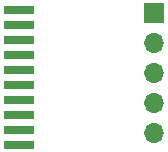
<source format=gbr>
%TF.GenerationSoftware,KiCad,Pcbnew,6.0.11+dfsg-1~bpo11+1*%
%TF.CreationDate,2023-04-27T18:18:44-07:00*%
%TF.ProjectId,J-link_BOB,4a2d6c69-6e6b-45f4-924f-422e6b696361,A1*%
%TF.SameCoordinates,PX7b64228PY605e690*%
%TF.FileFunction,Soldermask,Bot*%
%TF.FilePolarity,Negative*%
%FSLAX46Y46*%
G04 Gerber Fmt 4.6, Leading zero omitted, Abs format (unit mm)*
G04 Created by KiCad (PCBNEW 6.0.11+dfsg-1~bpo11+1) date 2023-04-27 18:18:44*
%MOMM*%
%LPD*%
G01*
G04 APERTURE LIST*
%ADD10R,1.700000X1.700000*%
%ADD11O,1.700000X1.700000*%
%ADD12R,2.500000X0.650000*%
G04 APERTURE END LIST*
D10*
%TO.C,J30*%
X13335000Y-3175000D03*
D11*
X13335000Y-5715000D03*
X13335000Y-8255000D03*
X13335000Y-10795000D03*
X13335000Y-13335000D03*
%TD*%
D12*
%TO.C,J16*%
X1905000Y-11747500D03*
%TD*%
%TO.C,J8*%
X1905000Y-6667500D03*
%TD*%
%TO.C,J2*%
X1905000Y-2857500D03*
%TD*%
%TO.C,J6*%
X1905000Y-5397500D03*
%TD*%
%TO.C,J20*%
X1905000Y-14287500D03*
%TD*%
%TO.C,J4*%
X1905000Y-4127500D03*
%TD*%
%TO.C,J10*%
X1905000Y-7937500D03*
%TD*%
%TO.C,J18*%
X1905000Y-13017500D03*
%TD*%
%TO.C,J12*%
X1905000Y-9207500D03*
%TD*%
%TO.C,J14*%
X1905000Y-10477500D03*
%TD*%
M02*

</source>
